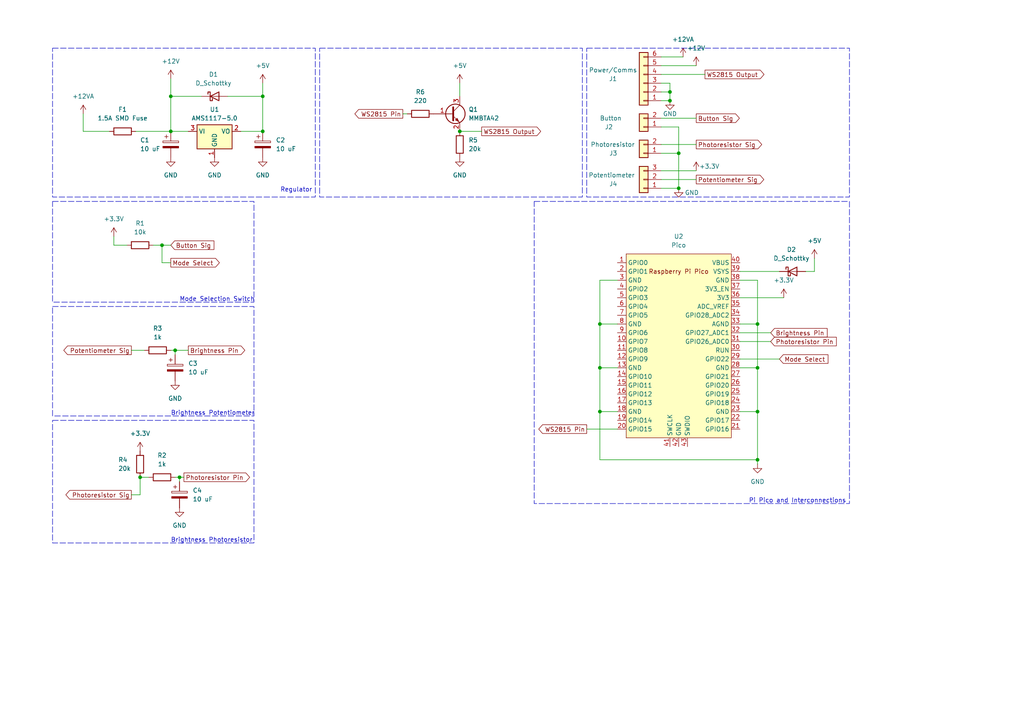
<source format=kicad_sch>
(kicad_sch (version 20230121) (generator eeschema)
  (paper "A4")
  (lib_symbols
    (symbol "Connector_Generic:Conn_01x02" (pin_names (offset 1.016) hide)
      (property "Reference" "J" (at 0 2.54 0))
      (property "Value" "Conn_01x02" (at 0 -5.08 0))
      (symbol "Conn_01x02_1_1"
        (rectangle (start -1.27 -2.413) (end 0 -2.667) (stroke (width 0.1524)))
        (rectangle (start -1.27 0.127) (end 0 -0.127) (stroke (width 0.1524)))
        (rectangle (start -1.27 1.27) (end 1.27 -3.81) (stroke (width 0.254)) (fill (type background)))
        (pin passive line (at -5.08 0 0) (length 3.81) (name "Pin_1") (number "1"))
        (pin passive line (at -5.08 -2.54 0) (length 3.81) (name "Pin_2") (number "2"))
      )
    )
    (symbol "Connector_Generic:Conn_01x03" (pin_names (offset 1.016) hide)
      (property "Reference" "J" (at 0 5.08 0))
      (property "Value" "Conn_01x03" (at 0 -5.08 0))
      (symbol "Conn_01x03_1_1"
        (rectangle (start -1.27 -2.413) (end 0 -2.667) (stroke (width 0.1524)))
        (rectangle (start -1.27 0.127) (end 0 -0.127) (stroke (width 0.1524)))
        (rectangle (start -1.27 2.667) (end 0 2.413) (stroke (width 0.1524)))
        (rectangle (start -1.27 3.81) (end 1.27 -3.81) (stroke (width 0.254)) (fill (type background)))
        (pin passive line (at -5.08 2.54 0) (length 3.81) (name "Pin_1") (number "1"))
        (pin passive line (at -5.08 0 0) (length 3.81) (name "Pin_2") (number "2"))
        (pin passive line (at -5.08 -2.54 0) (length 3.81) (name "Pin_3") (number "3"))
      )
    )
    (symbol "Connector_Generic:Conn_01x06" (pin_names (offset 1.016) hide)
      (property "Reference" "J" (at 0 7.62 0))
      (property "Value" "Conn_01x06" (at 0 -10.16 0))
      (symbol "Conn_01x06_1_1"
        (rectangle (start -1.27 -7.493) (end 0 -7.747) (stroke (width 0.1524)))
        (rectangle (start -1.27 -4.953) (end 0 -5.207) (stroke (width 0.1524)))
        (rectangle (start -1.27 -2.413) (end 0 -2.667) (stroke (width 0.1524)))
        (rectangle (start -1.27 0.127) (end 0 -0.127) (stroke (width 0.1524)))
        (rectangle (start -1.27 2.667) (end 0 2.413) (stroke (width 0.1524)))
        (rectangle (start -1.27 5.207) (end 0 4.953) (stroke (width 0.1524)))
        (rectangle (start -1.27 6.35) (end 1.27 -8.89) (stroke (width 0.254)) (fill (type background)))
        (pin passive line (at -5.08 5.08 0) (length 3.81) (name "Pin_1") (number "1"))
        (pin passive line (at -5.08 2.54 0) (length 3.81) (name "Pin_2") (number "2"))
        (pin passive line (at -5.08 0 0) (length 3.81) (name "Pin_3") (number "3"))
        (pin passive line (at -5.08 -2.54 0) (length 3.81) (name "Pin_4") (number "4"))
        (pin passive line (at -5.08 -5.08 0) (length 3.81) (name "Pin_5") (number "5"))
        (pin passive line (at -5.08 -7.62 0) (length 3.81) (name "Pin_6") (number "6"))
      )
    )
    (symbol "Device:C_Polarized" (pin_numbers hide) (pin_names (offset 0.254))
      (property "Reference" "C" (at 0.635 2.54 0))
      (property "Value" "C_Polarized" (at 0.635 -2.54 0))
      (symbol "C_Polarized_0_1"
        (rectangle (start -2.286 0.508) (end 2.286 1.016))
        (polyline (pts (xy -1.778 2.286) (xy -0.762 2.286)))
        (polyline (pts (xy -1.27 2.794) (xy -1.27 1.778)))
        (rectangle (start 2.286 -0.508) (end -2.286 -1.016) (fill (type outline)))
      )
      (symbol "C_Polarized_1_1"
        (pin passive line (at 0 3.81 270) (length 2.794) (name "~") (number "1"))
        (pin passive line (at 0 -3.81 90) (length 2.794) (name "~") (number "2"))
      )
    )
    (symbol "Device:D_Schottky" (pin_numbers hide) (pin_names (offset 1.016) hide)
      (property "Reference" "D" (at 0 2.54 0))
      (property "Value" "D_Schottky" (at 0 -2.54 0))
      (symbol "D_Schottky_0_1"
        (polyline (pts (xy 1.27 0) (xy -1.27 0)))
        (polyline (pts (xy 1.27 1.27) (xy 1.27 -1.27) (xy -1.27 0) (xy 1.27 1.27)) (stroke (width 0.254)))
        (polyline (pts (xy -1.905 0.635) (xy -1.905 1.27) (xy -1.27 1.27) (xy -1.27 -1.27) (xy -0.635 -1.27) (xy -0.635 -0.635)) (stroke (width 0.254)))
      )
      (symbol "D_Schottky_1_1"
        (pin passive line (at -3.81 0 0) (length 2.54) (name "K") (number "1"))
        (pin passive line (at 3.81 0 180) (length 2.54) (name "A") (number "2"))
      )
    )
    (symbol "Device:R" (pin_numbers hide) (pin_names (offset 0))
      (property "Reference" "R" (at 2.032 0 90))
      (property "Value" "R" (at 0 0 90))
      (symbol "R_0_1"
        (rectangle (start -1.016 -2.54) (end 1.016 2.54) (stroke (width 0.254)))
      )
      (symbol "R_1_1"
        (pin passive line (at 0 3.81 270) (length 1.27) (name "~") (number "1"))
        (pin passive line (at 0 -3.81 90) (length 1.27) (name "~") (number "2"))
      )
    )
    (symbol "MCU_RaspberryPi_and_Boards:Pico"
      (property "Reference" "U" (at -13.97 27.94 0))
      (property "Value" "Pico" (at 0 19.05 0))
      (symbol "Pico_0_0"
        (text "Raspberry Pi Pico" (at 0 21.59 0) (effects (font (size 1.27 1.27))))
      )
      (symbol "Pico_0_1"
        (rectangle (start -15.24 26.67) (end 15.24 -26.67) (fill (type background)))
      )
      (symbol "Pico_1_1"
        (pin bidirectional line (at -17.78 24.13 0) (length 2.54) (name "GPIO0") (number "1"))
        (pin bidirectional line (at -17.78 1.27 0) (length 2.54) (name "GPIO7") (number "10"))
        (pin bidirectional line (at -17.78 -1.27 0) (length 2.54) (name "GPIO8") (number "11"))
        (pin bidirectional line (at -17.78 -3.81 0) (length 2.54) (name "GPIO9") (number "12"))
        (pin power_in line (at -17.78 -6.35 0) (length 2.54) (name "GND") (number "13"))
        (pin bidirectional line (at -17.78 -8.89 0) (length 2.54) (name "GPIO10") (number "14"))
        (pin bidirectional line (at -17.78 -11.43 0) (length 2.54) (name "GPIO11") (number "15"))
        (pin bidirectional line (at -17.78 -13.97 0) (length 2.54) (name "GPIO12") (number "16"))
        (pin bidirectional line (at -17.78 -16.51 0) (length 2.54) (name "GPIO13") (number "17"))
        (pin power_in line (at -17.78 -19.05 0) (length 2.54) (name "GND") (number "18"))
        (pin bidirectional line (at -17.78 -21.59 0) (length 2.54) (name "GPIO14") (number "19"))
        (pin bidirectional line (at -17.78 21.59 0) (length 2.54) (name "GPIO1") (number "2"))
        (pin bidirectional line (at -17.78 -24.13 0) (length 2.54) (name "GPIO15") (number "20"))
        (pin bidirectional line (at 17.78 -24.13 180) (length 2.54) (name "GPIO16") (number "21"))
        (pin bidirectional line (at 17.78 -21.59 180) (length 2.54) (name "GPIO17") (number "22"))
        (pin power_in line (at 17.78 -19.05 180) (length 2.54) (name "GND") (number "23"))
        (pin bidirectional line (at 17.78 -16.51 180) (length 2.54) (name "GPIO18") (number "24"))
        (pin bidirectional line (at 17.78 -13.97 180) (length 2.54) (name "GPIO19") (number "25"))
        (pin bidirectional line (at 17.78 -11.43 180) (length 2.54) (name "GPIO20") (number "26"))
        (pin bidirectional line (at 17.78 -8.89 180) (length 2.54) (name "GPIO21") (number "27"))
        (pin power_in line (at 17.78 -6.35 180) (length 2.54) (name "GND") (number "28"))
        (pin bidirectional line (at 17.78 -3.81 180) (length 2.54) (name "GPIO22") (number "29"))
        (pin power_in line (at -17.78 19.05 0) (length 2.54) (name "GND") (number "3"))
        (pin input line (at 17.78 -1.27 180) (length 2.54) (name "RUN") (number "30"))
        (pin bidirectional line (at 17.78 1.27 180) (length 2.54) (name "GPIO26_ADC0") (number "31"))
        (pin bidirectional line (at 17.78 3.81 180) (length 2.54) (name "GPIO27_ADC1") (number "32"))
        (pin power_in line (at 17.78 6.35 180) (length 2.54) (name "AGND") (number "33"))
        (pin bidirectional line (at 17.78 8.89 180) (length 2.54) (name "GPIO28_ADC2") (number "34"))
        (pin power_in line (at 17.78 11.43 180) (length 2.54) (name "ADC_VREF") (number "35"))
        (pin power_in line (at 17.78 13.97 180) (length 2.54) (name "3V3") (number "36"))
        (pin input line (at 17.78 16.51 180) (length 2.54) (name "3V3_EN") (number "37"))
        (pin bidirectional line (at 17.78 19.05 180) (length 2.54) (name "GND") (number "38"))
        (pin power_in line (at 17.78 21.59 180) (length 2.54) (name "VSYS") (number "39"))
        (pin bidirectional line (at -17.78 16.51 0) (length 2.54) (name "GPIO2") (number "4"))
        (pin power_in line (at 17.78 24.13 180) (length 2.54) (name "VBUS") (number "40"))
        (pin input line (at -2.54 -29.21 90) (length 2.54) (name "SWCLK") (number "41"))
        (pin power_in line (at 0 -29.21 90) (length 2.54) (name "GND") (number "42"))
        (pin bidirectional line (at 2.54 -29.21 90) (length 2.54) (name "SWDIO") (number "43"))
        (pin bidirectional line (at -17.78 13.97 0) (length 2.54) (name "GPIO3") (number "5"))
        (pin bidirectional line (at -17.78 11.43 0) (length 2.54) (name "GPIO4") (number "6"))
        (pin bidirectional line (at -17.78 8.89 0) (length 2.54) (name "GPIO5") (number "7"))
        (pin power_in line (at -17.78 6.35 0) (length 2.54) (name "GND") (number "8"))
        (pin bidirectional line (at -17.78 3.81 0) (length 2.54) (name "GPIO6") (number "9"))
      )
    )
    (symbol "Regulator_Linear:AMS1117-5.0"
      (property "Reference" "U" (at -3.81 3.175 0))
      (property "Value" "AMS1117-5.0" (at 0 3.175 0))
      (symbol "AMS1117-5.0_0_1"
        (rectangle (start -5.08 -5.08) (end 5.08 1.905) (stroke (width 0.254)) (fill (type background)))
      )
      (symbol "AMS1117-5.0_1_1"
        (pin power_in line (at 0 -7.62 90) (length 2.54) (name "GND") (number "1"))
        (pin power_out line (at 7.62 0 180) (length 2.54) (name "VO") (number "2"))
        (pin power_in line (at -7.62 0 0) (length 2.54) (name "VI") (number "3"))
      )
    )
    (symbol "Transistor_BJT:MMBTA42" (pin_names (offset 0) hide)
      (property "Reference" "Q" (at 5.08 1.905 0))
      (property "Value" "MMBTA42" (at 5.08 0 0))
      (symbol "MMBTA42_0_1"
        (polyline (pts (xy 0 0) (xy 0.635 0)))
        (polyline (pts (xy 0.635 0.635) (xy 2.54 2.54)))
        (polyline (pts (xy 0.635 -0.635) (xy 2.54 -2.54) (xy 2.54 -2.54)))
        (polyline (pts (xy 0.635 1.905) (xy 0.635 -1.905) (xy 0.635 -1.905)) (stroke (width 0.508)))
        (polyline (pts (xy 1.27 -1.778) (xy 1.778 -1.27) (xy 2.286 -2.286) (xy 1.27 -1.778) (xy 1.27 -1.778)) (fill (type outline)))
        (circle (center 1.27 0) (radius 2.8194) (stroke (width 0.254)))
      )
      (symbol "MMBTA42_1_1"
        (pin input line (at -5.08 0 0) (length 5.08) (name "B") (number "1"))
        (pin passive line (at 2.54 -5.08 90) (length 2.54) (name "E") (number "2"))
        (pin passive line (at 2.54 5.08 270) (length 2.54) (name "C") (number "3"))
      )
    )
    (symbol "power:+12V" (power) (pin_names (offset 0))
      (property "Value" "+12V" (at 0 3.556 0))
      (symbol "+12V_0_1"
        (polyline (pts (xy -0.762 1.27) (xy 0 2.54)))
        (polyline (pts (xy 0 0) (xy 0 2.54)))
        (polyline (pts (xy 0 2.54) (xy 0.762 1.27)))
      )
      (symbol "+12V_1_1"
        (pin power_in line (at 0 0 90) (length 0) hide (name "+12V") (number "1"))
      )
    )
    (symbol "power:+12VA" (power) (pin_names (offset 0))
      (property "Value" "+12VA" (at 0 3.556 0))
      (symbol "+12VA_0_1"
        (polyline (pts (xy -0.762 1.27) (xy 0 2.54)))
        (polyline (pts (xy 0 0) (xy 0 2.54)))
        (polyline (pts (xy 0 2.54) (xy 0.762 1.27)))
      )
      (symbol "+12VA_1_1"
        (pin power_in line (at 0 0 90) (length 0) hide (name "+12VA") (number "1"))
      )
    )
    (symbol "power:+3.3V" (power) (pin_names (offset 0))
      (property "Value" "+3.3V" (at 0 3.556 0))
      (symbol "+3.3V_0_1"
        (polyline (pts (xy -0.762 1.27) (xy 0 2.54)))
        (polyline (pts (xy 0 0) (xy 0 2.54)))
        (polyline (pts (xy 0 2.54) (xy 0.762 1.27)))
      )
      (symbol "+3.3V_1_1"
        (pin power_in line (at 0 0 90) (length 0) hide (name "+3.3V") (number "1"))
      )
    )
    (symbol "power:+5V" (power) (pin_names (offset 0))
      (property "Value" "+5V" (at 0 3.556 0))
      (symbol "+5V_0_1"
        (polyline (pts (xy -0.762 1.27) (xy 0 2.54)))
        (polyline (pts (xy 0 0) (xy 0 2.54)))
        (polyline (pts (xy 0 2.54) (xy 0.762 1.27)))
      )
      (symbol "+5V_1_1"
        (pin power_in line (at 0 0 90) (length 0) hide (name "+5V") (number "1"))
      )
    )
    (symbol "power:GND" (power) (pin_names (offset 0))
      (property "Value" "GND" (at 0 -3.81 0))
      (symbol "GND_0_1"
        (polyline (pts (xy 0 0) (xy 0 -1.27) (xy 1.27 -1.27) (xy 0 -2.54) (xy -1.27 -1.27) (xy 0 -1.27)))
      )
      (symbol "GND_1_1"
        (pin power_in line (at 0 0 270) (length 0) hide (name "GND") (number "1"))
      )
    )
  )
  (junction (at 133.35 38.1))
  (junction (at 194.31 26.67))
  (junction (at 50.8 101.6))
  (junction (at 219.71 106.68))
  (junction (at 76.2 27.94))
  (junction (at 49.53 27.94))
  (junction (at 194.31 29.21))
  (junction (at 49.53 38.1))
  (junction (at 196.85 44.45))
  (junction (at 219.71 93.98))
  (junction (at 52.07 138.43))
  (junction (at 40.64 138.43))
  (junction (at 46.99 71.12))
  (junction (at 76.2 38.1))
  (junction (at 219.71 119.38))
  (junction (at 219.71 133.35))
  (junction (at 196.85 54.61))
  (junction (at 173.99 106.68))
  (junction (at 173.99 93.98))
  (junction (at 173.99 119.38))
  (wire (pts (xy 214.63 81.28) (xy 219.71 81.28)))
  (wire (pts (xy 49.53 27.94) (xy 58.42 27.94)))
  (wire (pts (xy 46.99 71.12) (xy 46.99 76.2)))
  (wire (pts (xy 49.53 38.1) (xy 54.61 38.1)))
  (wire (pts (xy 173.99 93.98) (xy 173.99 81.28)))
  (wire (pts (xy 173.99 81.28) (xy 179.07 81.28)))
  (wire (pts (xy 173.99 119.38) (xy 173.99 106.68)))
  (wire (pts (xy 214.63 119.38) (xy 219.71 119.38)))
  (wire (pts (xy 194.31 29.21) (xy 194.31 26.67)))
  (wire (pts (xy 24.13 38.1) (xy 31.75 38.1)))
  (wire (pts (xy 50.8 101.6) (xy 50.8 102.87)))
  (wire (pts (xy 41.91 101.6) (xy 38.1 101.6)))
  (wire (pts (xy 226.06 78.74) (xy 214.63 78.74)))
  (wire (pts (xy 33.02 71.12) (xy 36.83 71.12)))
  (wire (pts (xy 69.85 38.1) (xy 76.2 38.1)))
  (wire (pts (xy 191.77 19.05) (xy 201.93 19.05)))
  (wire (pts (xy 214.63 106.68) (xy 219.71 106.68)))
  (wire (pts (xy 173.99 133.35) (xy 173.99 119.38)))
  (wire (pts (xy 219.71 133.35) (xy 173.99 133.35)))
  (wire (pts (xy 214.63 93.98) (xy 219.71 93.98)))
  (wire (pts (xy 76.2 24.13) (xy 76.2 27.94)))
  (wire (pts (xy 191.77 54.61) (xy 196.85 54.61)))
  (wire (pts (xy 38.1 143.51) (xy 40.64 143.51)))
  (wire (pts (xy 194.31 24.13) (xy 194.31 26.67)))
  (wire (pts (xy 52.07 138.43) (xy 52.07 139.7)))
  (wire (pts (xy 49.53 76.2) (xy 46.99 76.2)))
  (wire (pts (xy 49.53 22.86) (xy 49.53 27.94)))
  (wire (pts (xy 40.64 138.43) (xy 40.64 143.51)))
  (wire (pts (xy 44.45 71.12) (xy 46.99 71.12)))
  (wire (pts (xy 191.77 16.51) (xy 198.12 16.51)))
  (wire (pts (xy 39.37 38.1) (xy 49.53 38.1)))
  (wire (pts (xy 173.99 106.68) (xy 173.99 93.98)))
  (wire (pts (xy 236.22 78.74) (xy 233.68 78.74)))
  (wire (pts (xy 116.84 33.02) (xy 118.11 33.02)))
  (wire (pts (xy 191.77 44.45) (xy 196.85 44.45)))
  (wire (pts (xy 66.04 27.94) (xy 76.2 27.94)))
  (wire (pts (xy 214.63 96.52) (xy 223.52 96.52)))
  (wire (pts (xy 170.18 124.46) (xy 179.07 124.46)))
  (wire (pts (xy 50.8 101.6) (xy 54.61 101.6)))
  (wire (pts (xy 219.71 133.35) (xy 219.71 134.62)))
  (wire (pts (xy 191.77 24.13) (xy 194.31 24.13)))
  (wire (pts (xy 173.99 119.38) (xy 179.07 119.38)))
  (wire (pts (xy 214.63 86.36) (xy 227.33 86.36)))
  (wire (pts (xy 191.77 29.21) (xy 194.31 29.21)))
  (wire (pts (xy 219.71 81.28) (xy 219.71 93.98)))
  (wire (pts (xy 219.71 106.68) (xy 219.71 119.38)))
  (wire (pts (xy 49.53 101.6) (xy 50.8 101.6)))
  (wire (pts (xy 133.35 38.1) (xy 139.7 38.1)))
  (wire (pts (xy 219.71 93.98) (xy 219.71 106.68)))
  (wire (pts (xy 133.35 24.13) (xy 133.35 27.94)))
  (wire (pts (xy 173.99 93.98) (xy 179.07 93.98)))
  (wire (pts (xy 76.2 27.94) (xy 76.2 38.1)))
  (wire (pts (xy 49.53 27.94) (xy 49.53 38.1)))
  (wire (pts (xy 191.77 41.91) (xy 201.93 41.91)))
  (wire (pts (xy 196.85 36.83) (xy 196.85 44.45)))
  (wire (pts (xy 214.63 104.14) (xy 226.06 104.14)))
  (wire (pts (xy 40.64 138.43) (xy 43.18 138.43)))
  (wire (pts (xy 33.02 68.58) (xy 33.02 71.12)))
  (wire (pts (xy 196.85 44.45) (xy 196.85 54.61)))
  (wire (pts (xy 191.77 21.59) (xy 204.47 21.59)))
  (wire (pts (xy 52.07 138.43) (xy 53.34 138.43)))
  (wire (pts (xy 194.31 26.67) (xy 191.77 26.67)))
  (wire (pts (xy 214.63 99.06) (xy 223.52 99.06)))
  (wire (pts (xy 201.93 49.53) (xy 191.77 49.53)))
  (wire (pts (xy 236.22 74.93) (xy 236.22 78.74)))
  (wire (pts (xy 46.99 71.12) (xy 49.53 71.12)))
  (wire (pts (xy 173.99 106.68) (xy 179.07 106.68)))
  (wire (pts (xy 191.77 36.83) (xy 196.85 36.83)))
  (wire (pts (xy 191.77 52.07) (xy 201.93 52.07)))
  (wire (pts (xy 191.77 34.29) (xy 201.93 34.29)))
  (wire (pts (xy 50.8 138.43) (xy 52.07 138.43)))
  (wire (pts (xy 219.71 119.38) (xy 219.71 133.35)))
  (wire (pts (xy 24.13 33.02) (xy 24.13 38.1)))
  (rectangle (start 15.24 121.92) (end 73.66 157.48) (stroke (width 0) (type dash)))
  (rectangle (start 170.18 13.97) (end 246.38 57.15) (stroke (width 0) (type dash)))
  (rectangle (start 92.71 13.97) (end 168.91 57.15) (stroke (width 0) (type dash)))
  (rectangle (start 15.24 13.97) (end 91.44 57.15) (stroke (width 0) (type dash)))
  (rectangle (start 154.94 58.42) (end 246.38 146.05) (stroke (width 0) (type dash)))
  (rectangle (start 15.24 58.42) (end 73.66 87.63) (stroke (width 0) (type dash)))
  (rectangle (start 15.24 88.9) (end 73.66 120.65) (stroke (width 0) (type dash)))
  (text "Regulator" (at 81.28 55.88 0) (effects (font (size 1.27 1.27)) (justify left bottom)))
  (text "Brightness Photoresistor" (at 49.53 157.48 0) (effects (font (size 1.27 1.27)) (justify left bottom)))
  (text "Brightness Potentiometer" (at 49.53 120.65 0) (effects (font (size 1.27 1.27)) (justify left bottom)))
  (text "Pi Pico and Interconnections" (at 217.17 146.05 0) (effects (font (size 1.27 1.27)) (justify left bottom)))
  (text "Mode Selection Switch" (at 52.07 87.63 0) (effects (font (size 1.27 1.27)) (justify left bottom)))
  (global_label "Potentiometer Sig" (shape output) (at 201.93 52.07 0) (property "Intersheetrefs" "${INTERSHEET_REFS}" (effects hide)))
  (global_label "Brightness Pin" (shape output) (at 54.61 101.6 0) (property "Intersheetrefs" "${INTERSHEET_REFS}" (effects hide)))
  (global_label "Mode Select" (shape input) (at 226.06 104.14 0) (property "Intersheetrefs" "${INTERSHEET_REFS}" (effects hide)))
  (global_label "Mode Select" (shape output) (at 49.53 76.2 0) (property "Intersheetrefs" "${INTERSHEET_REFS}" (effects hide)))
  (global_label "WS2815 Output" (shape output) (at 139.7 38.1 0) (property "Intersheetrefs" "${INTERSHEET_REFS}" (effects hide)))
  (global_label "Potentiometer Sig" (shape output) (at 38.1 101.6 180) (property "Intersheetrefs" "${INTERSHEET_REFS}" (effects hide)))
  (global_label "Photoresistor Pin" (shape output) (at 53.34 138.43 0) (property "Intersheetrefs" "${INTERSHEET_REFS}" (effects hide)))
  (global_label "WS2815 Output" (shape output) (at 204.47 21.59 0) (property "Intersheetrefs" "${INTERSHEET_REFS}" (effects hide)))
  (global_label "WS2815 Pin" (shape output) (at 116.84 33.02 180) (property "Intersheetrefs" "${INTERSHEET_REFS}" (effects hide)))
  (global_label "Photoresistor Sig" (shape output) (at 201.93 41.91 0) (property "Intersheetrefs" "${INTERSHEET_REFS}" (effects hide)))
  (global_label "Photoresistor Pin" (shape input) (at 223.52 99.06 0) (property "Intersheetrefs" "${INTERSHEET_REFS}" (effects hide)))
  (global_label "Button Sig" (shape output) (at 201.93 34.29 0) (property "Intersheetrefs" "${INTERSHEET_REFS}" (effects hide)))
  (global_label "Button Sig" (shape input) (at 49.53 71.12 0) (property "Intersheetrefs" "${INTERSHEET_REFS}" (effects hide)))
  (global_label "Photoresistor Sig" (shape output) (at 38.1 143.51 180) (property "Intersheetrefs" "${INTERSHEET_REFS}" (effects hide)))
  (global_label "WS2815 Pin" (shape output) (at 170.18 124.46 180) (property "Intersheetrefs" "${INTERSHEET_REFS}" (effects hide)))
  (global_label "Brightness Pin" (shape input) (at 223.52 96.52 0) (property "Intersheetrefs" "${INTERSHEET_REFS}" (effects hide)))
  (symbol (lib_id "power:+5V") (at 133.35 24.13 0) (unit 1)
    (property "Reference" "#PWR018" (effects hide))
    (property "Value" "+5V" (at 133.35 19.05 0))
  )
  (symbol (lib_id "Device:R") (at 46.99 138.43 270) (unit 1)
    (property "Reference" "R2" (at 46.99 132.08 90))
    (property "Value" "1k" (at 46.99 134.62 90))
    (property "Footprint" "Resistor_SMD:R_0603_1608Metric_Pad0.98x0.95mm_HandSolder" (effects hide))
  )
  (symbol (lib_id "power:+3.3V") (at 40.64 130.81 0) (unit 1)
    (property "Reference" "#PWR015" (effects hide))
    (property "Value" "+3.3V" (at 40.64 125.73 0))
  )
  (symbol (lib_id "Device:R") (at 40.64 71.12 270) (unit 1)
    (property "Reference" "R1" (at 40.64 64.77 90))
    (property "Value" "10k" (at 40.64 67.31 90))
    (property "Footprint" "Resistor_SMD:R_0603_1608Metric_Pad0.98x0.95mm_HandSolder" (effects hide))
  )
  (symbol (lib_id "power:+5V") (at 236.22 74.93 0) (unit 1)
    (property "Reference" "#PWR07" (effects hide))
    (property "Value" "+5V" (at 236.22 69.85 0))
  )
  (symbol (lib_id "power:GND") (at 196.85 54.61 0) (unit 1)
    (property "Reference" "#PWR011" (effects hide))
    (property "Value" "GND" (at 200.66 55.88 0))
  )
  (symbol (lib_id "power:+12V") (at 201.93 19.05 0) (unit 1)
    (property "Reference" "#PWR019" (effects hide))
    (property "Value" "+12V" (at 201.93 13.97 0))
  )
  (symbol (lib_id "power:GND") (at 50.8 110.49 0) (unit 1)
    (property "Reference" "#PWR016" (effects hide))
    (property "Value" "GND" (at 50.8 115.57 0))
  )
  (symbol (lib_id "Device:R") (at 133.35 41.91 0) (unit 1)
    (property "Reference" "R5" (at 135.89 40.64 0) (effects (justify left)))
    (property "Value" "20k" (at 135.89 43.18 0) (effects (justify left)))
    (property "Footprint" "Resistor_SMD:R_0603_1608Metric_Pad0.98x0.95mm_HandSolder" (effects hide))
  )
  (symbol (lib_id "power:+3.3V") (at 201.93 49.53 0) (unit 1)
    (property "Reference" "#PWR010" (effects hide))
    (property "Value" "+3.3V" (at 205.74 48.26 0))
  )
  (symbol (lib_id "Device:D_Schottky") (at 62.23 27.94 0) (unit 1)
    (property "Reference" "D1" (at 61.9125 21.59 0))
    (property "Value" "D_Schottky" (at 61.9125 24.13 0))
    (property "Footprint" "Diode_SMD:D_SOD-123" (effects hide))
  )
  (symbol (lib_id "Device:C_Polarized") (at 52.07 143.51 0) (unit 1)
    (property "Reference" "C4" (at 55.88 142.24 0) (effects (justify left)))
    (property "Value" "10 uF" (at 55.88 144.78 0) (effects (justify left)))
    (property "Footprint" "Resistor_SMD:R_1206_3216Metric_Pad1.30x1.75mm_HandSolder" (effects hide))
  )
  (symbol (lib_id "power:+12V") (at 49.53 22.86 0) (unit 1)
    (property "Reference" "#PWR04" (effects hide))
    (property "Value" "+12V" (at 49.53 17.78 0))
  )
  (symbol (lib_id "Device:C_Polarized") (at 49.53 41.91 0) (unit 1)
    (property "Reference" "C1" (at 40.64 40.64 0) (effects (justify left)))
    (property "Value" "10 uF" (at 40.64 43.18 0) (effects (justify left)))
    (property "Footprint" "Resistor_SMD:R_1206_3216Metric_Pad1.30x1.75mm_HandSolder" (effects hide))
  )
  (symbol (lib_id "MCU_RaspberryPi_and_Boards:Pico") (at 196.85 100.33 0) (unit 1)
    (property "Reference" "U2" (at 196.85 68.58 0))
    (property "Value" "Pico" (at 196.85 71.12 0))
    (property "Footprint" "MCU_RaspberryPi_and_Boards:RPi_Pico_SMD_TH" (effects hide))
  )
  (symbol (lib_id "Device:R") (at 121.92 33.02 270) (unit 1)
    (property "Reference" "R6" (at 121.92 26.67 90))
    (property "Value" "220" (at 121.92 29.21 90))
    (property "Footprint" "Resistor_SMD:R_0603_1608Metric_Pad0.98x0.95mm_HandSolder" (effects hide))
  )
  (symbol (lib_id "power:+3.3V") (at 227.33 86.36 0) (unit 1)
    (property "Reference" "#PWR09" (effects hide))
    (property "Value" "+3.3V" (at 227.33 81.28 0))
  )
  (symbol (lib_id "power:+12VA") (at 24.13 33.02 0) (unit 1)
    (property "Reference" "#PWR05" (effects hide))
    (property "Value" "+12VA" (at 24.13 27.94 0))
  )
  (symbol (lib_id "Device:C_Polarized") (at 50.8 106.68 0) (unit 1)
    (property "Reference" "C3" (at 54.61 105.41 0) (effects (justify left)))
    (property "Value" "10 uF" (at 54.61 107.95 0) (effects (justify left)))
    (property "Footprint" "Resistor_SMD:R_1206_3216Metric_Pad1.30x1.75mm_HandSolder" (effects hide))
  )
  (symbol (lib_id "Connector_Generic:Conn_01x06") (at 186.69 24.13 180) (unit 1)
    (property "Reference" "J1" (at 177.8 22.86 0))
    (property "Value" "Power/Comms" (at 177.8 20.32 0))
    (property "Footprint" "TerminalBlock_Phoenix:TerminalBlock_Phoenix_PT-1,5-6-3.5-H_1x06_P3.50mm_Horizontal" (effects hide))
  )
  (symbol (lib_id "power:GND") (at 49.53 45.72 0) (unit 1)
    (property "Reference" "#PWR01" (effects hide))
    (property "Value" "GND" (at 49.53 50.8 0))
  )
  (symbol (lib_id "power:GND") (at 62.23 45.72 0) (unit 1)
    (property "Reference" "#PWR03" (effects hide))
    (property "Value" "GND" (at 62.23 50.8 0))
  )
  (symbol (lib_id "Transistor_BJT:MMBTA42") (at 130.81 33.02 0) (unit 1)
    (property "Reference" "Q1" (at 135.89 31.75 0) (effects (justify left)))
    (property "Value" "MMBTA42" (at 135.89 34.29 0) (effects (justify left)))
    (property "Footprint" "Package_TO_SOT_SMD:SOT-23" (effects hide))
    (property "Datasheet" "https://www.onsemi.com/pub/Collateral/MMBTA42LT1-D.PDF" (effects hide))
  )
  (symbol (lib_id "Connector_Generic:Conn_01x02") (at 186.69 36.83 180) (unit 1)
    (property "Reference" "J2" (at 177.8 36.83 0) (effects (justify left)))
    (property "Value" "Button" (at 180.34 34.29 0) (effects (justify left)))
    (property "Footprint" "TerminalBlock_Phoenix:TerminalBlock_Phoenix_PT-1,5-2-3.5-H_1x02_P3.50mm_Horizontal" (effects hide))
  )
  (symbol (lib_id "Device:D_Schottky") (at 229.87 78.74 0) (unit 1)
    (property "Reference" "D2" (at 229.5525 72.39 0))
    (property "Value" "D_Schottky" (at 229.5525 74.93 0))
    (property "Footprint" "Diode_SMD:D_SOD-123" (effects hide))
  )
  (symbol (lib_id "Connector_Generic:Conn_01x03") (at 186.69 52.07 180) (unit 1)
    (property "Reference" "J4" (at 179.07 53.34 0) (effects (justify left)))
    (property "Value" "Potentiometer" (at 184.15 50.8 0) (effects (justify left)))
    (property "Footprint" "TerminalBlock_Phoenix:TerminalBlock_Phoenix_PT-1,5-3-3.5-H_1x03_P3.50mm_Horizontal" (effects hide))
  )
  (symbol (lib_id "Device:R") (at 45.72 101.6 270) (unit 1)
    (property "Reference" "R3" (at 45.72 95.25 90))
    (property "Value" "1k" (at 45.72 97.79 90))
    (property "Footprint" "Resistor_SMD:R_0603_1608Metric_Pad0.98x0.95mm_HandSolder" (effects hide))
  )
  (symbol (lib_id "power:+3.3V") (at 33.02 68.58 0) (unit 1)
    (property "Reference" "#PWR012" (effects hide))
    (property "Value" "+3.3V" (at 33.02 63.5 0))
  )
  (symbol (lib_id "Device:R") (at 40.64 134.62 0) (unit 1)
    (property "Reference" "R4" (at 34.29 133.35 0) (effects (justify left)))
    (property "Value" "20k" (at 34.29 135.89 0) (effects (justify left)))
    (property "Footprint" "Resistor_SMD:R_0603_1608Metric_Pad0.98x0.95mm_HandSolder" (effects hide))
  )
  (symbol (lib_id "power:GND") (at 194.31 29.21 0) (unit 1)
    (property "Reference" "#PWR020" (effects hide))
    (property "Value" "GND" (at 194.31 33.02 0))
  )
  (symbol (lib_id "Connector_Generic:Conn_01x02") (at 186.69 44.45 180) (unit 1)
    (property "Reference" "J3" (at 179.07 44.45 0) (effects (justify left)))
    (property "Value" "Photoresistor" (at 184.15 41.91 0) (effects (justify left)))
    (property "Footprint" "TerminalBlock_Phoenix:TerminalBlock_Phoenix_PT-1,5-2-3.5-H_1x02_P3.50mm_Horizontal" (effects hide))
  )
  (symbol (lib_id "Device:R") (at 35.56 38.1 270) (unit 1)
    (property "Reference" "F1" (at 35.56 31.75 90))
    (property "Value" "1.5A SMD Fuse" (at 35.56 34.29 90))
    (property "Footprint" "Resistor_SMD:R_1206_3216Metric_Pad1.30x1.75mm_HandSolder" (effects hide))
  )
  (symbol (lib_id "power:GND") (at 133.35 45.72 0) (unit 1)
    (property "Reference" "#PWR017" (effects hide))
    (property "Value" "GND" (at 133.35 50.8 0))
  )
  (symbol (lib_id "power:+12VA") (at 198.12 16.51 0) (unit 1)
    (property "Reference" "#PWR013" (effects hide))
    (property "Value" "+12VA" (at 198.12 11.43 0))
  )
  (symbol (lib_id "power:GND") (at 76.2 45.72 0) (unit 1)
    (property "Reference" "#PWR02" (effects hide))
    (property "Value" "GND" (at 76.2 50.8 0))
  )
  (symbol (lib_id "power:GND") (at 219.71 134.62 0) (unit 1)
    (property "Reference" "#PWR08" (effects hide))
    (property "Value" "GND" (at 219.71 139.7 0))
  )
  (symbol (lib_id "Device:C_Polarized") (at 76.2 41.91 0) (unit 1)
    (property "Reference" "C2" (at 80.01 40.64 0) (effects (justify left)))
    (property "Value" "10 uF" (at 80.01 43.18 0) (effects (justify left)))
    (property "Footprint" "Resistor_SMD:R_1206_3216Metric_Pad1.30x1.75mm_HandSolder" (effects hide))
  )
  (symbol (lib_id "power:GND") (at 52.07 147.32 0) (unit 1)
    (property "Reference" "#PWR014" (effects hide))
    (property "Value" "GND" (at 52.07 152.4 0))
  )
  (symbol (lib_id "power:+5V") (at 76.2 24.13 0) (unit 1)
    (property "Reference" "#PWR06" (effects hide))
    (property "Value" "+5V" (at 76.2 19.05 0))
  )
  (symbol (lib_id "Regulator_Linear:AMS1117-5.0") (at 62.23 38.1 0) (unit 1)
    (property "Reference" "U1" (at 62.23 31.75 0))
    (property "Value" "AMS1117-5.0" (at 62.23 34.29 0))
    (property "Footprint" "Package_TO_SOT_SMD:SOT-223-3_TabPin2" (effects hide))
    (property "Datasheet" "http://www.advanced-monolithic.com/pdf/ds1117.pdf" (effects hide))
  )
)
</source>
